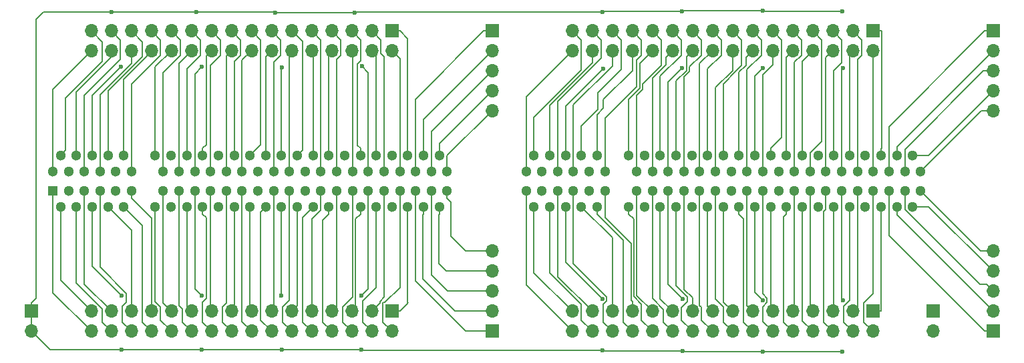
<source format=gtl>
G04 #@! TF.FileFunction,Copper,L1,Top,Signal*
%FSLAX46Y46*%
G04 Gerber Fmt 4.6, Leading zero omitted, Abs format (unit mm)*
G04 Created by KiCad (PCBNEW 4.0.4-stable) date 02/07/18 19:09:10*
%MOMM*%
%LPD*%
G01*
G04 APERTURE LIST*
%ADD10C,0.100000*%
%ADD11R,1.700000X1.700000*%
%ADD12O,1.700000X1.700000*%
%ADD13C,1.300000*%
%ADD14R,1.300000X1.300000*%
%ADD15C,0.600000*%
%ADD16C,0.177800*%
G04 APERTURE END LIST*
D10*
D11*
X180340000Y-86360000D03*
D12*
X180340000Y-83820000D03*
X180340000Y-81280000D03*
X180340000Y-78740000D03*
X180340000Y-76200000D03*
D11*
X116840000Y-86360000D03*
D12*
X116840000Y-83820000D03*
X116840000Y-81280000D03*
X116840000Y-78740000D03*
X116840000Y-76200000D03*
D11*
X58420000Y-83820000D03*
D12*
X58420000Y-86360000D03*
D11*
X172720000Y-83820000D03*
D12*
X172720000Y-86360000D03*
D11*
X180340000Y-48260000D03*
D12*
X180340000Y-50800000D03*
X180340000Y-53340000D03*
X180340000Y-55880000D03*
X180340000Y-58420000D03*
D11*
X116840000Y-48260000D03*
D12*
X116840000Y-50800000D03*
X116840000Y-53340000D03*
X116840000Y-55880000D03*
X116840000Y-58420000D03*
D13*
X74160000Y-64080000D03*
X76160000Y-64080000D03*
X78160000Y-64080000D03*
X80160000Y-64080000D03*
X82160000Y-64080000D03*
X84160000Y-64080000D03*
X86160000Y-64080000D03*
X88160000Y-64080000D03*
X90160000Y-64080000D03*
X92160000Y-64080000D03*
X94160000Y-64080000D03*
X96160000Y-64080000D03*
X98160000Y-64080000D03*
X100160000Y-64080000D03*
X102160000Y-64080000D03*
X104160000Y-64080000D03*
X106160000Y-64080000D03*
X108160000Y-64080000D03*
X110160000Y-64080000D03*
X81160000Y-66080000D03*
X75160000Y-66080000D03*
X77160000Y-66080000D03*
X79160000Y-66080000D03*
X83160000Y-66080000D03*
X91160000Y-66080000D03*
X85160000Y-66080000D03*
X87160000Y-66080000D03*
X89160000Y-66080000D03*
X93160000Y-66080000D03*
X101160000Y-66080000D03*
X95160000Y-66080000D03*
X97160000Y-66080000D03*
X99160000Y-66080000D03*
X103160000Y-66080000D03*
X109160000Y-66080000D03*
X105160000Y-66080000D03*
X107160000Y-66080000D03*
X111160000Y-66080000D03*
X77160000Y-68580000D03*
X75160000Y-68580000D03*
X87160000Y-68580000D03*
X85160000Y-68580000D03*
X97160000Y-68580000D03*
X95160000Y-68580000D03*
X111160000Y-68580000D03*
X105160000Y-68580000D03*
X107160000Y-68580000D03*
X109160000Y-68580000D03*
X83160000Y-68580000D03*
X79160000Y-68580000D03*
X81160000Y-68580000D03*
X93160000Y-68580000D03*
X89160000Y-68580000D03*
X91160000Y-68580000D03*
X103160000Y-68580000D03*
X99160000Y-68580000D03*
X101160000Y-68580000D03*
X86160000Y-70580000D03*
X88160000Y-70580000D03*
X80160000Y-70580000D03*
X82160000Y-70580000D03*
X84160000Y-70580000D03*
X94160000Y-70580000D03*
X90160000Y-70580000D03*
X92160000Y-70580000D03*
X78160000Y-70580000D03*
X76160000Y-70580000D03*
X74160000Y-70580000D03*
X96160000Y-70580000D03*
X98160000Y-70580000D03*
X108160000Y-70580000D03*
X106160000Y-70580000D03*
X104160000Y-70580000D03*
X100160000Y-70580000D03*
X102160000Y-70580000D03*
X110160000Y-70580000D03*
X71160000Y-66080000D03*
X71160000Y-68580000D03*
X70160000Y-64080000D03*
X70160000Y-70580000D03*
X68160000Y-64080000D03*
X66160000Y-64080000D03*
X64160000Y-64080000D03*
X62160000Y-64080000D03*
X69160000Y-66080000D03*
X67160000Y-66080000D03*
X65160000Y-66080000D03*
X63160000Y-66080000D03*
X69160000Y-68580000D03*
X67160000Y-68580000D03*
X65160000Y-68580000D03*
X63160000Y-68580000D03*
X68160000Y-70580000D03*
X66160000Y-70580000D03*
X64160000Y-70580000D03*
X62160000Y-70580000D03*
X61160000Y-66080000D03*
D14*
X61160000Y-68580000D03*
D13*
X139160000Y-66080000D03*
X140160000Y-64080000D03*
X142160000Y-64080000D03*
X141160000Y-66080000D03*
X143160000Y-66080000D03*
X139160000Y-68580000D03*
X141160000Y-68580000D03*
X140160000Y-70580000D03*
X142160000Y-70580000D03*
X144160000Y-70580000D03*
X143160000Y-68580000D03*
X144160000Y-64080000D03*
X145160000Y-66080000D03*
X147160000Y-66080000D03*
X147160000Y-68580000D03*
X145160000Y-68580000D03*
X150160000Y-70580000D03*
X149160000Y-68580000D03*
X151160000Y-68580000D03*
X146160000Y-70580000D03*
X148160000Y-70580000D03*
X152160000Y-70580000D03*
X146160000Y-64080000D03*
X148160000Y-64080000D03*
X150160000Y-64080000D03*
X151160000Y-66080000D03*
X152160000Y-64080000D03*
X149160000Y-66080000D03*
X158160000Y-64080000D03*
X156160000Y-64080000D03*
X153160000Y-66080000D03*
X154160000Y-64080000D03*
X155160000Y-66080000D03*
X157160000Y-66080000D03*
X165160000Y-66080000D03*
X164160000Y-64080000D03*
X166160000Y-64080000D03*
X163160000Y-66080000D03*
X167160000Y-66080000D03*
X160160000Y-64080000D03*
X162160000Y-64080000D03*
X161160000Y-66080000D03*
X159160000Y-66080000D03*
X168160000Y-64080000D03*
X170160000Y-64080000D03*
X169160000Y-66080000D03*
X171160000Y-66080000D03*
X171160000Y-68580000D03*
X168160000Y-70580000D03*
X169160000Y-68580000D03*
X170160000Y-70580000D03*
X157160000Y-68580000D03*
X155160000Y-68580000D03*
X159160000Y-68580000D03*
X154160000Y-70580000D03*
X156160000Y-70580000D03*
X158160000Y-70580000D03*
X153160000Y-68580000D03*
X160160000Y-70580000D03*
X163160000Y-68580000D03*
X165160000Y-68580000D03*
X167160000Y-68580000D03*
X161160000Y-68580000D03*
X164160000Y-70580000D03*
X166160000Y-70580000D03*
X162160000Y-70580000D03*
X135160000Y-66080000D03*
X134160000Y-64080000D03*
X136160000Y-64080000D03*
X138160000Y-64080000D03*
X137160000Y-66080000D03*
X136160000Y-70580000D03*
X137160000Y-68580000D03*
X135160000Y-68580000D03*
X138160000Y-70580000D03*
X134160000Y-70580000D03*
X131160000Y-68580000D03*
X130160000Y-70580000D03*
X129160000Y-68580000D03*
X127160000Y-68580000D03*
X128160000Y-70580000D03*
X126160000Y-70580000D03*
X130160000Y-64080000D03*
X128160000Y-64080000D03*
X129160000Y-66080000D03*
X131160000Y-66080000D03*
X127160000Y-66080000D03*
X122160000Y-70580000D03*
X125160000Y-68580000D03*
X123160000Y-68580000D03*
X124160000Y-70580000D03*
X121160000Y-68580000D03*
X126160000Y-64080000D03*
X124160000Y-64080000D03*
X122160000Y-64080000D03*
X125160000Y-66080000D03*
X123160000Y-66080000D03*
X121160000Y-66080000D03*
D11*
X165100000Y-83820000D03*
D12*
X165100000Y-86360000D03*
X162560000Y-83820000D03*
X162560000Y-86360000D03*
X160020000Y-83820000D03*
X160020000Y-86360000D03*
X157480000Y-83820000D03*
X157480000Y-86360000D03*
X154940000Y-83820000D03*
X154940000Y-86360000D03*
X152400000Y-83820000D03*
X152400000Y-86360000D03*
X149860000Y-83820000D03*
X149860000Y-86360000D03*
X147320000Y-83820000D03*
X147320000Y-86360000D03*
X144780000Y-83820000D03*
X144780000Y-86360000D03*
X142240000Y-83820000D03*
X142240000Y-86360000D03*
X139700000Y-83820000D03*
X139700000Y-86360000D03*
X137160000Y-83820000D03*
X137160000Y-86360000D03*
X134620000Y-83820000D03*
X134620000Y-86360000D03*
X132080000Y-83820000D03*
X132080000Y-86360000D03*
X129540000Y-83820000D03*
X129540000Y-86360000D03*
X127000000Y-83820000D03*
X127000000Y-86360000D03*
D11*
X104140000Y-83820000D03*
D12*
X104140000Y-86360000D03*
X101600000Y-83820000D03*
X101600000Y-86360000D03*
X99060000Y-83820000D03*
X99060000Y-86360000D03*
X96520000Y-83820000D03*
X96520000Y-86360000D03*
X93980000Y-83820000D03*
X93980000Y-86360000D03*
X91440000Y-83820000D03*
X91440000Y-86360000D03*
X88900000Y-83820000D03*
X88900000Y-86360000D03*
X86360000Y-83820000D03*
X86360000Y-86360000D03*
X83820000Y-83820000D03*
X83820000Y-86360000D03*
X81280000Y-83820000D03*
X81280000Y-86360000D03*
X78740000Y-83820000D03*
X78740000Y-86360000D03*
X76200000Y-83820000D03*
X76200000Y-86360000D03*
X73660000Y-83820000D03*
X73660000Y-86360000D03*
X71120000Y-83820000D03*
X71120000Y-86360000D03*
X68580000Y-83820000D03*
X68580000Y-86360000D03*
X66040000Y-83820000D03*
X66040000Y-86360000D03*
D11*
X165100000Y-48260000D03*
D12*
X165100000Y-50800000D03*
X162560000Y-48260000D03*
X162560000Y-50800000D03*
X160020000Y-48260000D03*
X160020000Y-50800000D03*
X157480000Y-48260000D03*
X157480000Y-50800000D03*
X154940000Y-48260000D03*
X154940000Y-50800000D03*
X152400000Y-48260000D03*
X152400000Y-50800000D03*
X149860000Y-48260000D03*
X149860000Y-50800000D03*
X147320000Y-48260000D03*
X147320000Y-50800000D03*
X144780000Y-48260000D03*
X144780000Y-50800000D03*
X142240000Y-48260000D03*
X142240000Y-50800000D03*
X139700000Y-48260000D03*
X139700000Y-50800000D03*
X137160000Y-48260000D03*
X137160000Y-50800000D03*
X134620000Y-48260000D03*
X134620000Y-50800000D03*
X132080000Y-48260000D03*
X132080000Y-50800000D03*
X129540000Y-48260000D03*
X129540000Y-50800000D03*
X127000000Y-48260000D03*
X127000000Y-50800000D03*
D11*
X104140000Y-48260000D03*
D12*
X104140000Y-50800000D03*
X101600000Y-48260000D03*
X101600000Y-50800000D03*
X99060000Y-48260000D03*
X99060000Y-50800000D03*
X96520000Y-48260000D03*
X96520000Y-50800000D03*
X93980000Y-48260000D03*
X93980000Y-50800000D03*
X91440000Y-48260000D03*
X91440000Y-50800000D03*
X88900000Y-48260000D03*
X88900000Y-50800000D03*
X86360000Y-48260000D03*
X86360000Y-50800000D03*
X83820000Y-48260000D03*
X83820000Y-50800000D03*
X81280000Y-48260000D03*
X81280000Y-50800000D03*
X78740000Y-48260000D03*
X78740000Y-50800000D03*
X76200000Y-48260000D03*
X76200000Y-50800000D03*
X73660000Y-48260000D03*
X73660000Y-50800000D03*
X71120000Y-48260000D03*
X71120000Y-50800000D03*
X68580000Y-48260000D03*
X68580000Y-50800000D03*
X66040000Y-48260000D03*
X66040000Y-50800000D03*
D15*
X161275000Y-89000000D03*
X161325000Y-82450000D03*
X151150000Y-88950000D03*
X151150000Y-82425000D03*
X141050000Y-88900000D03*
X141050000Y-82300000D03*
X130875000Y-88775000D03*
X130825000Y-82250000D03*
X161250000Y-45750000D03*
X161300000Y-52975000D03*
X151200000Y-45725000D03*
X151175000Y-52975000D03*
X140950000Y-45750000D03*
X140925000Y-53000000D03*
X130875000Y-45825000D03*
X130900000Y-53025000D03*
X100300000Y-88740000D03*
X100320000Y-81820000D03*
X90170000Y-88730000D03*
X90140000Y-81840000D03*
X80030000Y-88710000D03*
X80030000Y-81860000D03*
X69920000Y-88710000D03*
X69920000Y-81860000D03*
X99410000Y-45930000D03*
X89400000Y-45910000D03*
X79370000Y-45890000D03*
X68660000Y-45870000D03*
X100350000Y-52760000D03*
X90240000Y-52860000D03*
X80040000Y-52840000D03*
X69820000Y-52800000D03*
D16*
X167160000Y-68580000D02*
X167160000Y-74207800D01*
X167160000Y-74207800D02*
X179312200Y-86360000D01*
X179312200Y-86360000D02*
X180340000Y-86360000D01*
X168160000Y-70580000D02*
X168160000Y-71640000D01*
X168160000Y-71640000D02*
X180340000Y-83820000D01*
X169160000Y-68580000D02*
X169160000Y-70936718D01*
X169160000Y-70936718D02*
X178653283Y-80430001D01*
X178653283Y-80430001D02*
X179490001Y-80430001D01*
X179490001Y-80430001D02*
X180340000Y-81280000D01*
X170160000Y-70580000D02*
X172180000Y-70580000D01*
X172180000Y-70580000D02*
X180340000Y-78740000D01*
X171160000Y-68580000D02*
X178780000Y-76200000D01*
X178780000Y-76200000D02*
X180340000Y-76200000D01*
X107160000Y-79990000D02*
X113530000Y-86360000D01*
X113530000Y-86360000D02*
X116840000Y-86360000D01*
X107160000Y-68580000D02*
X107160000Y-79990000D01*
X108110000Y-79770000D02*
X112160000Y-83820000D01*
X112160000Y-83820000D02*
X116840000Y-83820000D01*
X108110000Y-71549238D02*
X108110000Y-79770000D01*
X108160000Y-70580000D02*
X108160000Y-71499238D01*
X108160000Y-71499238D02*
X108110000Y-71549238D01*
X109160000Y-79200000D02*
X111240000Y-81280000D01*
X111240000Y-81280000D02*
X116840000Y-81280000D01*
X109160000Y-68580000D02*
X109160000Y-79200000D01*
X110070000Y-77810000D02*
X111000000Y-78740000D01*
X111000000Y-78740000D02*
X116840000Y-78740000D01*
X110070000Y-71589238D02*
X110070000Y-77810000D01*
X110160000Y-70580000D02*
X110160000Y-71499238D01*
X110160000Y-71499238D02*
X110070000Y-71589238D01*
X111640000Y-74320000D02*
X113520000Y-76200000D01*
X113520000Y-76200000D02*
X116840000Y-76200000D01*
X111640000Y-69979238D02*
X111640000Y-74320000D01*
X111160000Y-68580000D02*
X111160000Y-69499238D01*
X111160000Y-69499238D02*
X111640000Y-69979238D01*
X166160000Y-70580000D02*
X166160000Y-83787800D01*
X166160000Y-83787800D02*
X166127800Y-83820000D01*
X166127800Y-83820000D02*
X165100000Y-83820000D01*
X165160000Y-68580000D02*
X165160000Y-81579938D01*
X165160000Y-81579938D02*
X163983299Y-82756639D01*
X163983299Y-82756639D02*
X163983299Y-85243299D01*
X163983299Y-85243299D02*
X165100000Y-86360000D01*
X163160000Y-68580000D02*
X163160000Y-83220000D01*
X163160000Y-83220000D02*
X162560000Y-83820000D01*
X161443299Y-85243299D02*
X162560000Y-86360000D01*
X161443299Y-83170421D02*
X161443299Y-85243299D01*
X162160000Y-70580000D02*
X162160000Y-82453720D01*
X162160000Y-82453720D02*
X161443299Y-83170421D01*
X160160000Y-70580000D02*
X160160000Y-83680000D01*
X160160000Y-83680000D02*
X160020000Y-83820000D01*
X159160000Y-68580000D02*
X159160000Y-70936718D01*
X159160000Y-70936718D02*
X158903299Y-71193419D01*
X158903299Y-71193419D02*
X158903299Y-85243299D01*
X158903299Y-85243299D02*
X160020000Y-86360000D01*
X157160000Y-68580000D02*
X157160000Y-83500000D01*
X157160000Y-83500000D02*
X157480000Y-83820000D01*
X156160000Y-70580000D02*
X156160000Y-85040000D01*
X156160000Y-85040000D02*
X157480000Y-86360000D01*
X155160000Y-68580000D02*
X155160000Y-83600000D01*
X155160000Y-83600000D02*
X154940000Y-83820000D01*
X154160000Y-70580000D02*
X154160000Y-71499238D01*
X154160000Y-71499238D02*
X153823299Y-71835939D01*
X153823299Y-71835939D02*
X153823299Y-85243299D01*
X153823299Y-85243299D02*
X154940000Y-86360000D01*
X152160000Y-70580000D02*
X152160000Y-83580000D01*
X152160000Y-83580000D02*
X152400000Y-83820000D01*
X151160000Y-83253720D02*
X151160000Y-85120000D01*
X151716702Y-82697018D02*
X151160000Y-83253720D01*
X151160000Y-81596280D02*
X151716702Y-82152982D01*
X151160000Y-68580000D02*
X151160000Y-81596280D01*
X151160000Y-85120000D02*
X152400000Y-86360000D01*
X151716702Y-82152982D02*
X151716702Y-82697018D01*
X149160000Y-68580000D02*
X149160000Y-83120000D01*
X149160000Y-83120000D02*
X149860000Y-83820000D01*
X148160000Y-70580000D02*
X148160000Y-71499238D01*
X148743299Y-85243299D02*
X149860000Y-86360000D01*
X148160000Y-71499238D02*
X148743299Y-72082537D01*
X148743299Y-72082537D02*
X148743299Y-85243299D01*
X146160000Y-70580000D02*
X146160000Y-82660000D01*
X146160000Y-82660000D02*
X147320000Y-83820000D01*
X145160000Y-68580000D02*
X145160000Y-82240684D01*
X145160000Y-82240684D02*
X146203299Y-83283983D01*
X146203299Y-83283983D02*
X146203299Y-85243299D01*
X146203299Y-85243299D02*
X147320000Y-86360000D01*
X144160000Y-70580000D02*
X144160000Y-83200000D01*
X144160000Y-83200000D02*
X144780000Y-83820000D01*
X143160000Y-68580000D02*
X143160000Y-83087282D01*
X143160000Y-83087282D02*
X143356701Y-83283983D01*
X143356701Y-84936701D02*
X144780000Y-86360000D01*
X143356701Y-83283983D02*
X143356701Y-84936701D01*
X141160000Y-81043371D02*
X142240000Y-82123371D01*
X141160000Y-68580000D02*
X141160000Y-81043371D01*
X142240000Y-82123371D02*
X142240000Y-83820000D01*
X140816701Y-84936701D02*
X142240000Y-86360000D01*
X140816701Y-83372019D02*
X140816701Y-84936701D01*
X140160000Y-80571280D02*
X141616702Y-82027982D01*
X141616702Y-82572018D02*
X140816701Y-83372019D01*
X140160000Y-70580000D02*
X140160000Y-80571280D01*
X141616702Y-82027982D02*
X141616702Y-82572018D01*
X138160000Y-70580000D02*
X138160000Y-82280000D01*
X138160000Y-82280000D02*
X139700000Y-83820000D01*
X137160000Y-68580000D02*
X137160000Y-82167282D01*
X137160000Y-82167282D02*
X138583299Y-83590581D01*
X138583299Y-83590581D02*
X138583299Y-85243299D01*
X138583299Y-85243299D02*
X139700000Y-86360000D01*
X135160000Y-68580000D02*
X135160000Y-81820000D01*
X135160000Y-81820000D02*
X137160000Y-83820000D01*
X135742701Y-84942701D02*
X137160000Y-86360000D01*
X135742701Y-82905609D02*
X135742701Y-84942701D01*
X134804389Y-72143627D02*
X134804389Y-81967298D01*
X134160000Y-71499238D02*
X134804389Y-72143627D01*
X134160000Y-70580000D02*
X134160000Y-71499238D01*
X134804389Y-81967298D02*
X135742701Y-82905609D01*
X134448778Y-75214596D02*
X134448778Y-82446697D01*
X131160000Y-68580000D02*
X131160000Y-71925818D01*
X131160000Y-71925818D02*
X134448778Y-75214596D01*
X134448778Y-82446697D02*
X134620000Y-82617919D01*
X134620000Y-82617919D02*
X134620000Y-83820000D01*
X130160000Y-70580000D02*
X130160000Y-71499238D01*
X130160000Y-71499238D02*
X133503299Y-74842537D01*
X133503299Y-85243299D02*
X134620000Y-86360000D01*
X133503299Y-74842537D02*
X133503299Y-85243299D01*
X132080000Y-74500000D02*
X132080000Y-83820000D01*
X128160000Y-70580000D02*
X132080000Y-74500000D01*
X130963299Y-85243299D02*
X132080000Y-86360000D01*
X131391702Y-81977982D02*
X131391702Y-82522018D01*
X130963299Y-82950421D02*
X130963299Y-85243299D01*
X131391702Y-82522018D02*
X130963299Y-82950421D01*
X127160000Y-68580000D02*
X127160000Y-77746280D01*
X127160000Y-77746280D02*
X131391702Y-81977982D01*
X125160000Y-68580000D02*
X125160000Y-79440000D01*
X125160000Y-79440000D02*
X129540000Y-83820000D01*
X128172701Y-84992701D02*
X129540000Y-86360000D01*
X128172701Y-82955609D02*
X128172701Y-84992701D01*
X124160000Y-78942908D02*
X128172701Y-82955609D01*
X124160000Y-70580000D02*
X124160000Y-78942908D01*
X122160000Y-70580000D02*
X122160000Y-78980000D01*
X122160000Y-78980000D02*
X127000000Y-83820000D01*
X121160000Y-68580000D02*
X121160000Y-80520000D01*
X121160000Y-80520000D02*
X127000000Y-86360000D01*
X106230000Y-82757800D02*
X106160000Y-82687800D01*
X106160000Y-82687800D02*
X106160000Y-70580000D01*
X104140000Y-83820000D02*
X105167800Y-83820000D01*
X105167800Y-83820000D02*
X106230000Y-82757800D01*
X103001099Y-85221099D02*
X104140000Y-86360000D01*
X103273205Y-82681099D02*
X103058879Y-82681099D01*
X105160000Y-80794304D02*
X103273205Y-82681099D01*
X105160000Y-68580000D02*
X105160000Y-80794304D01*
X103001099Y-82738879D02*
X103001099Y-85221099D01*
X103058879Y-82681099D02*
X103001099Y-82738879D01*
X102623288Y-82796712D02*
X101600000Y-83820000D01*
X103160000Y-82045673D02*
X102623288Y-82582385D01*
X103160000Y-68580000D02*
X103160000Y-82045673D01*
X102623288Y-82582385D02*
X102623288Y-82796712D01*
X100461099Y-85221099D02*
X101600000Y-86360000D01*
X100461099Y-82517621D02*
X100461099Y-85221099D01*
X102160000Y-80818720D02*
X100461099Y-82517621D01*
X102160000Y-70580000D02*
X102160000Y-80818720D01*
X99537811Y-83342189D02*
X99060000Y-83820000D01*
X100160000Y-71499238D02*
X99537811Y-72121427D01*
X100160000Y-70580000D02*
X100160000Y-71499238D01*
X99537811Y-72121427D02*
X99537811Y-83342189D01*
X97921099Y-85221099D02*
X99060000Y-86360000D01*
X99160000Y-68580000D02*
X99160000Y-82034426D01*
X97921099Y-83273327D02*
X97921099Y-85221099D01*
X99160000Y-82034426D02*
X97921099Y-83273327D01*
X97160000Y-68580000D02*
X97160000Y-83180000D01*
X97160000Y-83180000D02*
X96520000Y-83820000D01*
X96160000Y-70580000D02*
X96160000Y-71499238D01*
X96160000Y-71499238D02*
X95381099Y-72278139D01*
X95381099Y-72278139D02*
X95381099Y-85221099D01*
X95381099Y-85221099D02*
X96520000Y-86360000D01*
X95160000Y-68580000D02*
X95160000Y-70969574D01*
X95160000Y-70969574D02*
X93980000Y-72149574D01*
X93980000Y-72149574D02*
X93980000Y-83820000D01*
X94160000Y-70580000D02*
X92841099Y-71898901D01*
X92841099Y-71898901D02*
X92841099Y-85221099D01*
X92841099Y-85221099D02*
X93980000Y-86360000D01*
X92160000Y-70580000D02*
X92160000Y-83100000D01*
X92160000Y-83100000D02*
X91440000Y-83820000D01*
X91160000Y-68580000D02*
X91160000Y-82414426D01*
X91160000Y-82414426D02*
X90301099Y-83273327D01*
X90301099Y-85221099D02*
X91440000Y-86360000D01*
X90301099Y-83273327D02*
X90301099Y-85221099D01*
X89160000Y-68580000D02*
X89160000Y-83560000D01*
X89160000Y-83560000D02*
X88900000Y-83820000D01*
X88160000Y-70580000D02*
X87510001Y-71229999D01*
X87510001Y-71229999D02*
X87510001Y-84970001D01*
X87510001Y-84970001D02*
X88900000Y-86360000D01*
X86160000Y-70580000D02*
X86160000Y-83620000D01*
X86160000Y-83620000D02*
X86360000Y-83820000D01*
X85160000Y-68580000D02*
X85160000Y-85160000D01*
X85160000Y-85160000D02*
X86360000Y-86360000D01*
X84160000Y-70580000D02*
X84160000Y-83480000D01*
X84160000Y-83480000D02*
X83820000Y-83820000D01*
X83160000Y-68580000D02*
X83160000Y-82794426D01*
X83160000Y-82794426D02*
X82681099Y-83273327D01*
X82681099Y-83273327D02*
X82681099Y-85221099D01*
X82681099Y-85221099D02*
X83820000Y-86360000D01*
X81160000Y-68580000D02*
X81160000Y-83700000D01*
X81160000Y-83700000D02*
X81280000Y-83820000D01*
X80141099Y-85221099D02*
X81280000Y-86360000D01*
X80141099Y-82680477D02*
X80141099Y-85221099D01*
X80618902Y-71958140D02*
X80618902Y-82202674D01*
X80160000Y-71499238D02*
X80618902Y-71958140D01*
X80160000Y-70580000D02*
X80160000Y-71499238D01*
X80618902Y-82202674D02*
X80141099Y-82680477D01*
X78160000Y-70580000D02*
X78160000Y-83240000D01*
X78160000Y-83240000D02*
X78740000Y-83820000D01*
X77160000Y-68580000D02*
X77160000Y-83094426D01*
X77160000Y-83094426D02*
X77601099Y-83535525D01*
X77601099Y-83535525D02*
X77601099Y-85221099D01*
X77601099Y-85221099D02*
X78740000Y-86360000D01*
X75160000Y-68580000D02*
X75160000Y-82780000D01*
X75160000Y-82780000D02*
X76200000Y-83820000D01*
X74160000Y-70580000D02*
X74160000Y-82634426D01*
X74160000Y-82634426D02*
X74798901Y-83273327D01*
X74798901Y-83273327D02*
X74798901Y-84958901D01*
X74798901Y-84958901D02*
X76200000Y-86360000D01*
X71160000Y-69499238D02*
X73660000Y-71999238D01*
X73660000Y-71999238D02*
X73660000Y-83820000D01*
X71160000Y-68580000D02*
X71160000Y-69499238D01*
X70160000Y-70580000D02*
X72521099Y-72941099D01*
X72521099Y-85221099D02*
X73660000Y-86360000D01*
X72521099Y-72941099D02*
X72521099Y-85221099D01*
X68160000Y-70580000D02*
X71120000Y-73540000D01*
X71120000Y-73540000D02*
X71120000Y-83820000D01*
X69981099Y-85221099D02*
X71120000Y-86360000D01*
X70508902Y-81577326D02*
X70508902Y-82672674D01*
X67160000Y-78228424D02*
X70508902Y-81577326D01*
X69981099Y-83200477D02*
X69981099Y-85221099D01*
X67160000Y-68580000D02*
X67160000Y-78228424D01*
X70508902Y-82672674D02*
X69981099Y-83200477D01*
X65160000Y-68580000D02*
X65160000Y-80400000D01*
X65160000Y-80400000D02*
X68580000Y-83820000D01*
X64160000Y-70580000D02*
X64160000Y-80254426D01*
X64160000Y-80254426D02*
X67441099Y-83535525D01*
X67441099Y-83535525D02*
X67441099Y-85221099D01*
X67441099Y-85221099D02*
X68580000Y-86360000D01*
X62160000Y-70580000D02*
X62160000Y-79940000D01*
X62160000Y-79940000D02*
X66040000Y-83820000D01*
X61160000Y-68580000D02*
X61160000Y-81480000D01*
X61160000Y-81480000D02*
X66040000Y-86360000D01*
X161275000Y-89000000D02*
X151200000Y-89000000D01*
X151200000Y-89000000D02*
X151150000Y-88950000D01*
X161160000Y-68580000D02*
X161160000Y-82285000D01*
X161160000Y-82285000D02*
X161325000Y-82450000D01*
X151150000Y-88950000D02*
X141100000Y-88950000D01*
X141100000Y-88950000D02*
X141050000Y-88900000D01*
X150160000Y-81435000D02*
X151150000Y-82425000D01*
X150160000Y-70580000D02*
X150160000Y-81435000D01*
X141050000Y-88900000D02*
X131000000Y-88900000D01*
X131000000Y-88900000D02*
X130875000Y-88775000D01*
X139160000Y-68580000D02*
X139160000Y-80410000D01*
X139160000Y-80410000D02*
X141050000Y-82300000D01*
X130875000Y-88775000D02*
X100335000Y-88775000D01*
X100335000Y-88775000D02*
X100300000Y-88740000D01*
X126160000Y-70580000D02*
X126160000Y-77585000D01*
X126160000Y-77585000D02*
X130825000Y-82250000D01*
X161250000Y-45750000D02*
X151225000Y-45750000D01*
X151225000Y-45750000D02*
X151200000Y-45725000D01*
X161160000Y-66080000D02*
X161160000Y-53115000D01*
X161160000Y-53115000D02*
X161300000Y-52975000D01*
X151200000Y-45725000D02*
X140975000Y-45725000D01*
X140975000Y-45725000D02*
X140950000Y-45750000D01*
X150160000Y-64080000D02*
X150160000Y-53990000D01*
X150160000Y-53990000D02*
X151175000Y-52975000D01*
X140950000Y-45750000D02*
X130950000Y-45750000D01*
X130950000Y-45750000D02*
X130875000Y-45825000D01*
X139160000Y-66080000D02*
X139160000Y-54765000D01*
X139160000Y-54765000D02*
X140925000Y-53000000D01*
X130875000Y-45825000D02*
X99515000Y-45825000D01*
X99515000Y-45825000D02*
X99410000Y-45930000D01*
X126160000Y-64080000D02*
X126160000Y-57765000D01*
X126160000Y-57765000D02*
X130900000Y-53025000D01*
X100300000Y-88740000D02*
X90180000Y-88740000D01*
X90180000Y-88740000D02*
X90170000Y-88730000D01*
X101160000Y-68580000D02*
X101160000Y-80980000D01*
X101160000Y-80980000D02*
X100320000Y-81820000D01*
X90170000Y-88730000D02*
X80050000Y-88730000D01*
X80050000Y-88730000D02*
X80030000Y-88710000D01*
X90160000Y-70580000D02*
X90160000Y-81820000D01*
X90160000Y-81820000D02*
X90140000Y-81840000D01*
X80030000Y-88710000D02*
X69920000Y-88710000D01*
X79160000Y-80990000D02*
X80030000Y-81860000D01*
X79160000Y-68580000D02*
X79160000Y-80990000D01*
X69475736Y-88730000D02*
X60790000Y-88730000D01*
X60790000Y-88730000D02*
X58420000Y-86360000D01*
X69920000Y-88710000D02*
X69495736Y-88710000D01*
X69495736Y-88710000D02*
X69475736Y-88730000D01*
X66160000Y-70580000D02*
X66160000Y-78100000D01*
X66160000Y-78100000D02*
X69920000Y-81860000D01*
X89400000Y-45910000D02*
X99390000Y-45910000D01*
X99390000Y-45910000D02*
X99410000Y-45930000D01*
X79370000Y-45890000D02*
X89380000Y-45890000D01*
X89380000Y-45890000D02*
X89400000Y-45910000D01*
X68660000Y-45870000D02*
X79350000Y-45870000D01*
X79350000Y-45870000D02*
X79370000Y-45890000D01*
X59060000Y-46800000D02*
X59990000Y-45870000D01*
X59990000Y-45870000D02*
X68660000Y-45870000D01*
X59060000Y-82152200D02*
X59060000Y-46800000D01*
X58420000Y-83820000D02*
X58420000Y-82792200D01*
X58420000Y-82792200D02*
X59060000Y-82152200D01*
X58420000Y-86360000D02*
X58420000Y-83820000D01*
X101160000Y-66080000D02*
X101160000Y-53570000D01*
X101160000Y-53570000D02*
X100350000Y-52760000D01*
X90160000Y-64080000D02*
X90160000Y-52940000D01*
X90160000Y-52940000D02*
X90240000Y-52860000D01*
X79160000Y-66080000D02*
X79160000Y-53720000D01*
X79160000Y-53720000D02*
X80040000Y-52840000D01*
X66160000Y-64080000D02*
X66160000Y-56460000D01*
X66160000Y-56460000D02*
X69820000Y-52800000D01*
X61160000Y-66080000D02*
X61160000Y-55680000D01*
X61160000Y-55680000D02*
X66040000Y-50800000D01*
X62809999Y-56800001D02*
X67441099Y-52168901D01*
X67441099Y-52168901D02*
X67441099Y-49661099D01*
X67441099Y-49661099D02*
X66040000Y-48260000D01*
X62809999Y-63430001D02*
X62809999Y-56800001D01*
X62160000Y-64080000D02*
X62809999Y-63430001D01*
X68580000Y-51564304D02*
X68580000Y-50800000D01*
X64160000Y-64080000D02*
X64160000Y-55984304D01*
X64160000Y-55984304D02*
X68580000Y-51564304D01*
X65160000Y-66080000D02*
X65160000Y-56458424D01*
X65160000Y-56458424D02*
X69718901Y-51899523D01*
X69718901Y-51899523D02*
X69718901Y-49398901D01*
X69718901Y-49398901D02*
X68580000Y-48260000D01*
X71120000Y-52371576D02*
X71120000Y-50800000D01*
X67160000Y-56331576D02*
X71120000Y-52371576D01*
X67160000Y-66080000D02*
X67160000Y-56331576D01*
X72521099Y-49661099D02*
X71120000Y-48260000D01*
X68160000Y-55865881D02*
X72521099Y-51504782D01*
X68160000Y-64080000D02*
X68160000Y-55865881D01*
X72521099Y-51504782D02*
X72521099Y-49661099D01*
X73660000Y-50900186D02*
X73660000Y-50800000D01*
X70160000Y-54400186D02*
X73660000Y-50900186D01*
X70160000Y-64080000D02*
X70160000Y-54400186D01*
X71160000Y-66080000D02*
X71160000Y-54985574D01*
X71160000Y-54985574D02*
X74798901Y-51346673D01*
X74798901Y-51346673D02*
X74798901Y-49398901D01*
X74798901Y-49398901D02*
X73660000Y-48260000D01*
X74160000Y-64080000D02*
X74160000Y-52840000D01*
X74160000Y-52840000D02*
X76200000Y-50800000D01*
X75160000Y-66080000D02*
X75160000Y-53525574D01*
X75160000Y-53525574D02*
X77338901Y-51346673D01*
X77338901Y-51346673D02*
X77338901Y-49398901D01*
X77338901Y-49398901D02*
X76200000Y-48260000D01*
X77160000Y-66080000D02*
X77160000Y-52380000D01*
X77160000Y-52380000D02*
X78740000Y-50800000D01*
X79878901Y-49398901D02*
X78740000Y-48260000D01*
X78160000Y-64080000D02*
X78160000Y-53065574D01*
X79878901Y-51346673D02*
X79878901Y-49398901D01*
X78160000Y-53065574D02*
X79878901Y-51346673D01*
X80628902Y-62691860D02*
X80628902Y-51451098D01*
X80628902Y-51451098D02*
X81280000Y-50800000D01*
X80160000Y-63160762D02*
X80628902Y-62691860D01*
X80160000Y-64080000D02*
X80160000Y-63160762D01*
X81160000Y-66080000D02*
X81160000Y-52605574D01*
X81160000Y-52605574D02*
X82418901Y-51346673D01*
X82418901Y-51346673D02*
X82418901Y-49398901D01*
X82418901Y-49398901D02*
X81280000Y-48260000D01*
X83160000Y-66080000D02*
X83160000Y-51460000D01*
X83160000Y-51460000D02*
X83820000Y-50800000D01*
X84160000Y-64080000D02*
X84160000Y-52145574D01*
X84160000Y-52145574D02*
X84958901Y-51346673D01*
X84958901Y-51346673D02*
X84958901Y-49398901D01*
X84958901Y-49398901D02*
X83820000Y-48260000D01*
X85160000Y-66080000D02*
X85160000Y-52000000D01*
X85160000Y-52000000D02*
X86360000Y-50800000D01*
X86160000Y-64080000D02*
X87498901Y-62741099D01*
X87498901Y-62741099D02*
X87498901Y-49398901D01*
X87498901Y-49398901D02*
X86360000Y-48260000D01*
X88160000Y-64080000D02*
X88160000Y-51540000D01*
X88160000Y-51540000D02*
X88900000Y-50800000D01*
X89160000Y-66080000D02*
X89160000Y-52225574D01*
X89160000Y-52225574D02*
X90038901Y-51346673D01*
X90038901Y-49398901D02*
X88900000Y-48260000D01*
X90038901Y-51346673D02*
X90038901Y-49398901D01*
X91160000Y-66080000D02*
X91160000Y-51080000D01*
X91160000Y-51080000D02*
X91440000Y-50800000D01*
X92160000Y-64080000D02*
X92809999Y-63430001D01*
X92809999Y-63430001D02*
X92809999Y-49629999D01*
X92809999Y-49629999D02*
X91440000Y-48260000D01*
X94160000Y-64080000D02*
X94160000Y-50980000D01*
X94160000Y-50980000D02*
X93980000Y-50800000D01*
X95160000Y-66080000D02*
X95160000Y-49440000D01*
X95160000Y-49440000D02*
X93980000Y-48260000D01*
X96160000Y-64080000D02*
X96160000Y-51160000D01*
X96160000Y-51160000D02*
X96520000Y-50800000D01*
X97160000Y-66080000D02*
X97160000Y-51845574D01*
X97658901Y-51346673D02*
X97658901Y-49398901D01*
X97160000Y-51845574D02*
X97658901Y-51346673D01*
X97658901Y-49398901D02*
X96520000Y-48260000D01*
X99160000Y-66080000D02*
X99160000Y-50900000D01*
X99160000Y-50900000D02*
X99060000Y-50800000D01*
X100198901Y-49398901D02*
X99060000Y-48260000D01*
X100198901Y-52039523D02*
X100198901Y-49398901D01*
X100160000Y-63160762D02*
X99761098Y-62761860D01*
X99761098Y-62761860D02*
X99761098Y-52477326D01*
X100160000Y-64080000D02*
X100160000Y-63160762D01*
X99761098Y-52477326D02*
X100198901Y-52039523D01*
X102160000Y-64080000D02*
X102160000Y-51360000D01*
X102160000Y-51360000D02*
X101600000Y-50800000D01*
X103160000Y-66080000D02*
X103160000Y-51505574D01*
X103160000Y-51505574D02*
X102738901Y-51084475D01*
X102738901Y-51084475D02*
X102738901Y-49398901D01*
X102738901Y-49398901D02*
X101600000Y-48260000D01*
X105160000Y-66080000D02*
X105160000Y-51820000D01*
X105160000Y-51820000D02*
X104140000Y-50800000D01*
X106160000Y-64080000D02*
X106160000Y-49252200D01*
X106160000Y-49252200D02*
X105167800Y-48260000D01*
X105167800Y-48260000D02*
X104140000Y-48260000D01*
X107160000Y-66080000D02*
X107160000Y-56912200D01*
X107160000Y-56912200D02*
X115812200Y-48260000D01*
X115812200Y-48260000D02*
X116840000Y-48260000D01*
X108160000Y-64080000D02*
X108160000Y-59480000D01*
X108160000Y-59480000D02*
X116840000Y-50800000D01*
X109160000Y-66080000D02*
X109160000Y-61020000D01*
X109160000Y-61020000D02*
X116840000Y-53340000D01*
X110160000Y-64080000D02*
X110160000Y-62560000D01*
X110160000Y-62560000D02*
X116840000Y-55880000D01*
X111160000Y-66080000D02*
X111160000Y-64100000D01*
X111160000Y-64100000D02*
X116840000Y-58420000D01*
X121160000Y-66080000D02*
X121160000Y-56640000D01*
X121160000Y-56640000D02*
X127000000Y-50800000D01*
X134160000Y-56920817D02*
X135586220Y-55494597D01*
X135586220Y-52373780D02*
X137160000Y-50800000D01*
X135586220Y-55494597D02*
X135586220Y-52373780D01*
X134160000Y-64080000D02*
X134160000Y-56920817D01*
X122160000Y-59211275D02*
X128177702Y-53193573D01*
X122160000Y-64080000D02*
X122160000Y-59211275D01*
X128177702Y-49437702D02*
X127000000Y-48260000D01*
X128177702Y-53193573D02*
X128177702Y-49437702D01*
X129540000Y-52334184D02*
X129540000Y-50800000D01*
X124160000Y-64080000D02*
X124160000Y-57714184D01*
X124160000Y-57714184D02*
X129540000Y-52334184D01*
X130656701Y-49376701D02*
X129540000Y-48260000D01*
X130656701Y-51720391D02*
X130656701Y-49376701D01*
X125160000Y-57217092D02*
X130656701Y-51720391D01*
X125160000Y-66080000D02*
X125160000Y-57217092D01*
X132080000Y-52683720D02*
X132080000Y-50800000D01*
X127160000Y-57603720D02*
X132080000Y-52683720D01*
X127160000Y-66080000D02*
X127160000Y-57603720D01*
X130251222Y-56075357D02*
X133196701Y-53129878D01*
X133196701Y-53129878D02*
X133196701Y-49376701D01*
X130251222Y-58251686D02*
X130251222Y-56075357D01*
X128160000Y-60342908D02*
X130251222Y-58251686D01*
X128160000Y-64080000D02*
X128160000Y-60342908D01*
X133196701Y-49376701D02*
X132080000Y-48260000D01*
X130160000Y-64080000D02*
X130160000Y-58865000D01*
X134620000Y-53280000D02*
X134620000Y-50800000D01*
X130160000Y-58865000D02*
X130963299Y-58061700D01*
X130963299Y-58061700D02*
X130963299Y-56936701D01*
X130963299Y-56936701D02*
X134620000Y-53280000D01*
X135736701Y-49376701D02*
X134620000Y-48260000D01*
X135736701Y-51336017D02*
X135736701Y-49376701D01*
X135156017Y-51916701D02*
X135736701Y-51336017D01*
X135156017Y-55321891D02*
X135156017Y-51916701D01*
X131160000Y-59317908D02*
X135156017Y-55321891D01*
X131160000Y-66080000D02*
X131160000Y-59317908D01*
X138276701Y-52651208D02*
X138276701Y-49376701D01*
X135941831Y-55691895D02*
X135941831Y-54986078D01*
X138276701Y-49376701D02*
X137160000Y-48260000D01*
X135160000Y-56473726D02*
X135941831Y-55691895D01*
X135941831Y-54986078D02*
X138276701Y-52651208D01*
X135160000Y-66080000D02*
X135160000Y-56473726D01*
X138850001Y-51649999D02*
X139700000Y-50800000D01*
X138850001Y-52580815D02*
X138850001Y-51649999D01*
X137160000Y-66080000D02*
X137160000Y-54270816D01*
X137160000Y-54270816D02*
X138850001Y-52580815D01*
X138160000Y-53992718D02*
X140816701Y-51336017D01*
X140816701Y-49376701D02*
X139700000Y-48260000D01*
X140816701Y-51336017D02*
X140816701Y-49376701D01*
X138160000Y-64080000D02*
X138160000Y-53992718D01*
X141491702Y-53272018D02*
X141491702Y-51548298D01*
X140160000Y-54603720D02*
X141491702Y-53272018D01*
X140160000Y-64080000D02*
X140160000Y-54603720D01*
X141491702Y-51548298D02*
X142240000Y-50800000D01*
X143356701Y-49376701D02*
X142240000Y-48260000D01*
X141160000Y-54106629D02*
X141847313Y-53419316D01*
X141160000Y-66080000D02*
X141160000Y-54106629D01*
X141847313Y-52845403D02*
X143356701Y-51336017D01*
X143356701Y-51336017D02*
X143356701Y-49376701D01*
X141847313Y-53419316D02*
X141847313Y-52845403D01*
X143160000Y-66080000D02*
X143160000Y-52420000D01*
X143160000Y-52420000D02*
X144780000Y-50800000D01*
X144160000Y-64080000D02*
X144160000Y-53072718D01*
X144160000Y-53072718D02*
X145896701Y-51336017D01*
X145896701Y-51336017D02*
X145896701Y-49376701D01*
X145896701Y-49376701D02*
X144780000Y-48260000D01*
X145160000Y-55465000D02*
X147320000Y-53305000D01*
X147320000Y-53305000D02*
X147320000Y-50800000D01*
X145160000Y-66080000D02*
X145160000Y-55465000D01*
X148436701Y-49376701D02*
X147320000Y-48260000D01*
X148436701Y-52666207D02*
X148436701Y-49376701D01*
X147805609Y-53297299D02*
X148436701Y-52666207D01*
X147805609Y-53322299D02*
X147805609Y-53297299D01*
X146160000Y-54967908D02*
X147805609Y-53322299D01*
X146160000Y-64080000D02*
X146160000Y-54967908D01*
X148160000Y-64080000D02*
X148160000Y-53445817D01*
X148160000Y-53445817D02*
X149010001Y-52595816D01*
X149010001Y-52595816D02*
X149010001Y-51649999D01*
X149010001Y-51649999D02*
X149860000Y-50800000D01*
X149160000Y-66080000D02*
X149160000Y-53152718D01*
X149160000Y-53152718D02*
X150976701Y-51336017D01*
X150976701Y-51336017D02*
X150976701Y-49376701D01*
X150976701Y-49376701D02*
X149860000Y-48260000D01*
X152400000Y-52588720D02*
X152400000Y-50800000D01*
X151160000Y-53828720D02*
X152400000Y-52588720D01*
X151160000Y-66080000D02*
X151160000Y-53828720D01*
X152160000Y-64080000D02*
X152160000Y-63160762D01*
X152160000Y-63160762D02*
X153516701Y-61804061D01*
X153516701Y-61804061D02*
X153516701Y-49376701D01*
X153516701Y-49376701D02*
X152400000Y-48260000D01*
X154160000Y-64080000D02*
X154160000Y-51580000D01*
X154160000Y-51580000D02*
X154940000Y-50800000D01*
X155160000Y-66080000D02*
X155160000Y-52232718D01*
X155160000Y-52232718D02*
X156056701Y-51336017D01*
X156056701Y-51336017D02*
X156056701Y-49376701D01*
X156056701Y-49376701D02*
X154940000Y-48260000D01*
X156160000Y-64080000D02*
X156160000Y-52120000D01*
X156160000Y-52120000D02*
X157480000Y-50800000D01*
X157160000Y-66080000D02*
X157160000Y-63723282D01*
X157160000Y-63723282D02*
X158596701Y-62286581D01*
X158596701Y-62286581D02*
X158596701Y-49376701D01*
X158596701Y-49376701D02*
X157480000Y-48260000D01*
X159160000Y-66080000D02*
X159160000Y-51660000D01*
X159160000Y-51660000D02*
X160020000Y-50800000D01*
X161136701Y-49376701D02*
X160020000Y-48260000D01*
X161136701Y-52299579D02*
X161136701Y-49376701D01*
X160160000Y-64080000D02*
X160160000Y-53276280D01*
X160160000Y-53276280D02*
X161136701Y-52299579D01*
X162160000Y-64080000D02*
X162160000Y-51200000D01*
X162160000Y-51200000D02*
X162560000Y-50800000D01*
X163160000Y-66080000D02*
X163160000Y-51852718D01*
X163160000Y-51852718D02*
X163676701Y-51336017D01*
X163676701Y-51336017D02*
X163676701Y-49376701D01*
X163676701Y-49376701D02*
X162560000Y-48260000D01*
X165160000Y-66080000D02*
X165160000Y-50860000D01*
X165160000Y-50860000D02*
X165100000Y-50800000D01*
X166160000Y-64080000D02*
X166160000Y-63160762D01*
X166160000Y-63160762D02*
X166216701Y-63104061D01*
X166216701Y-63104061D02*
X166216701Y-48348901D01*
X166216701Y-48348901D02*
X166127800Y-48260000D01*
X166127800Y-48260000D02*
X165100000Y-48260000D01*
X167160000Y-66080000D02*
X167160000Y-60412200D01*
X167160000Y-60412200D02*
X179312200Y-48260000D01*
X179312200Y-48260000D02*
X180340000Y-48260000D01*
X168160000Y-64080000D02*
X168160000Y-62980000D01*
X168160000Y-62980000D02*
X180340000Y-50800000D01*
X169160000Y-66080000D02*
X169160000Y-63317919D01*
X169160000Y-63317919D02*
X179137919Y-53340000D01*
X179137919Y-53340000D02*
X180340000Y-53340000D01*
X170160000Y-64080000D02*
X172140000Y-64080000D01*
X172140000Y-64080000D02*
X180340000Y-55880000D01*
X171160000Y-66080000D02*
X178820000Y-58420000D01*
X178820000Y-58420000D02*
X180340000Y-58420000D01*
M02*

</source>
